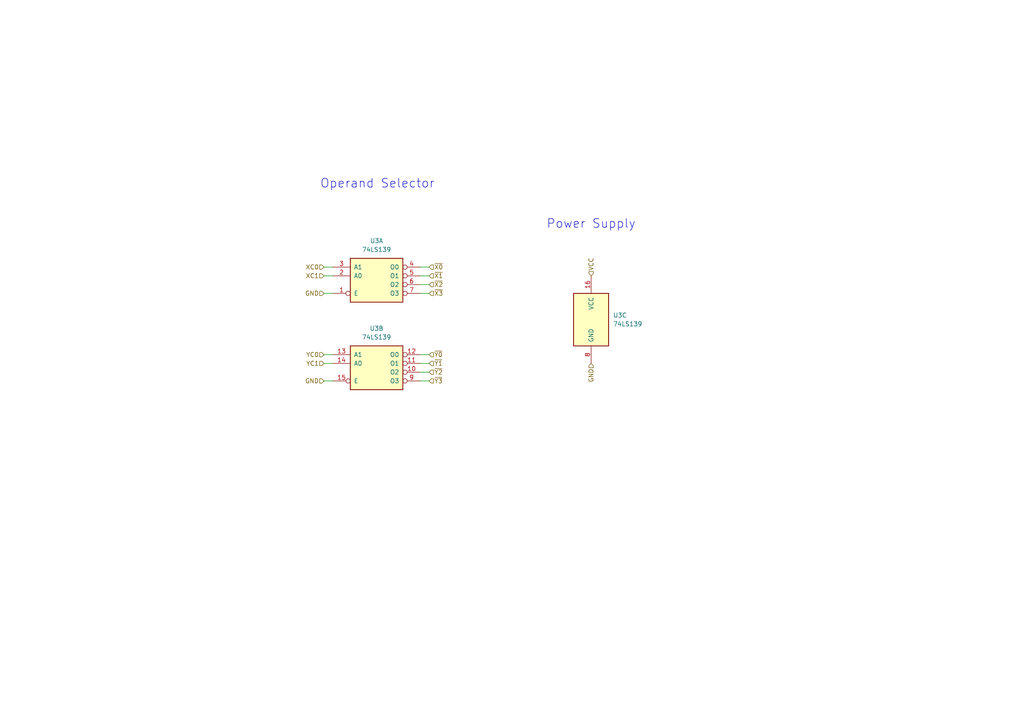
<source format=kicad_sch>
(kicad_sch (version 20250114) (generator "eeschema") (generator_version "9.0")
  (paper "A4")
  (title_block (title "Operand Selector") (date "2025-11-30") (rev "1.0") (company "Marco Vettigli"))
  (lib_symbols
    (symbol "74xx:74LS139" (pin_names (offset 1.016))
      (property "Reference" "U" (at -7.62 8.89 0))
      (property "Value" "74LS139" (at -7.62 -8.89 0))
      (symbol "74LS139_1_0"
        (pin input line (at -12.7 2.54 0) (length 5.08) (name "A1") (number "3"))
        (pin input line (at -12.7 0 0) (length 5.08) (name "A0") (number "2"))
        (pin input inverted (at -12.7 -5.08 0) (length 5.08) (name "E") (number "1"))
        (pin output inverted (at 12.7 2.54 180) (length 5.08) (name "O0") (number "4"))
        (pin output inverted (at 12.7 0 180) (length 5.08) (name "O1") (number "5"))
        (pin output inverted (at 12.7 -2.54 180) (length 5.08) (name "O2") (number "6"))
        (pin output inverted (at 12.7 -5.08 180) (length 5.08) (name "O3") (number "7"))
      )
      (symbol "74LS139_1_1"
        (rectangle (start -7.62 5.08) (end 7.62 -7.62) (stroke (width 0.254)) (fill (type background)))
      )
      (symbol "74LS139_2_0"
        (pin input line (at -12.7 2.54 0) (length 5.08) (name "A1") (number "13"))
        (pin input line (at -12.7 0 0) (length 5.08) (name "A0") (number "14"))
        (pin input inverted (at -12.7 -5.08 0) (length 5.08) (name "E") (number "15"))
        (pin output inverted (at 12.7 2.54 180) (length 5.08) (name "O0") (number "12"))
        (pin output inverted (at 12.7 0 180) (length 5.08) (name "O1") (number "11"))
        (pin output inverted (at 12.7 -2.54 180) (length 5.08) (name "O2") (number "10"))
        (pin output inverted (at 12.7 -5.08 180) (length 5.08) (name "O3") (number "9"))
      )
      (symbol "74LS139_2_1"
        (rectangle (start -7.62 5.08) (end 7.62 -7.62) (stroke (width 0.254)) (fill (type background)))
      )
      (symbol "74LS139_3_0"
        (pin power_in line (at 0 12.7 270) (length 5.08) (name "VCC") (number "16"))
        (pin power_in line (at 0 -12.7 90) (length 5.08) (name "GND") (number "8"))
      )
      (symbol "74LS139_3_1"
        (rectangle (start -5.08 7.62) (end 5.08 -7.62) (stroke (width 0.254)) (fill (type background)))
      )
    )
  )
  (text "Operand Selector" (at 109.474 53.34 0) (effects (font (size 2.54 2.54))))
  (text "Power Supply" (at 171.45 65.024 0) (effects (font (size 2.54 2.54))))
  (wire (pts (xy 93.98 80.01) (xy 96.52 80.01)))
  (wire (pts (xy 124.46 110.49) (xy 121.92 110.49)))
  (wire (pts (xy 124.46 102.87) (xy 121.92 102.87)))
  (wire (pts (xy 124.46 77.47) (xy 121.92 77.47)))
  (wire (pts (xy 124.46 105.41) (xy 121.92 105.41)))
  (wire (pts (xy 124.46 107.95) (xy 121.92 107.95)))
  (wire (pts (xy 93.98 110.49) (xy 96.52 110.49)))
  (wire (pts (xy 93.98 85.09) (xy 96.52 85.09)))
  (wire (pts (xy 124.46 82.55) (xy 121.92 82.55)))
  (wire (pts (xy 93.98 102.87) (xy 96.52 102.87)))
  (wire (pts (xy 93.98 77.47) (xy 96.52 77.47)))
  (wire (pts (xy 124.46 85.09) (xy 121.92 85.09)))
  (wire (pts (xy 93.98 105.41) (xy 96.52 105.41)))
  (wire (pts (xy 124.46 80.01) (xy 121.92 80.01)))
  (hierarchical_label "YC0" (shape input) (at 93.98 102.87 180))
  (hierarchical_label "XC1" (shape input) (at 93.98 80.01 180))
  (hierarchical_label "VCC" (shape input) (at 171.45 80.01 90))
  (hierarchical_label "YC1" (shape input) (at 93.98 105.41 180))
  (hierarchical_label "GND" (shape input) (at 93.98 110.49 180))
  (hierarchical_label "~{X2}" (shape input) (at 124.46 82.55 0))
  (hierarchical_label "~{X3}" (shape input) (at 124.46 85.09 0))
  (hierarchical_label "~{Y0}" (shape input) (at 124.46 102.87 0))
  (hierarchical_label "~{Y2}" (shape input) (at 124.46 107.95 0))
  (hierarchical_label "~{Y1}" (shape input) (at 124.46 105.41 0))
  (hierarchical_label "~{Y3}" (shape input) (at 124.46 110.49 0))
  (hierarchical_label "~{X0}" (shape input) (at 124.46 77.47 0))
  (hierarchical_label "XC0" (shape input) (at 93.98 77.47 180))
  (hierarchical_label "GND" (shape input) (at 171.45 105.41 270))
  (hierarchical_label "GND" (shape input) (at 93.98 85.09 180))
  (hierarchical_label "~{X1}" (shape input) (at 124.46 80.01 0))
  (symbol (lib_id "74xx:74LS139") (at 109.22 80.01 0) (unit 1)
    (property "Reference" "U3" (at 109.22 69.85 0))
    (property "Value" "74LS139" (at 109.22 72.39 0))
    (property "Footprint" "Package_DIP:DIP-16_W10.16mm" (effects (hide yes)))
    (property "Datasheet" "http://www.ti.com/lit/ds/symlink/sn74ls139a.pdf" (effects (hide yes)))
    (property "Description" "Dual Decoder 1 of 4, Active low outputs" (effects (hide yes)))
  )
  (symbol (lib_id "74xx:74LS139") (at 109.22 105.41 0) (unit 2)
    (property "Reference" "U3" (at 109.22 95.25 0))
    (property "Value" "74LS139" (at 109.22 97.79 0))
    (property "Footprint" "Package_DIP:DIP-16_W10.16mm" (effects (hide yes)))
    (property "Datasheet" "http://www.ti.com/lit/ds/symlink/sn74ls139a.pdf" (effects (hide yes)))
    (property "Description" "Dual Decoder 1 of 4, Active low outputs" (effects (hide yes)))
  )
  (symbol (lib_id "74xx:74LS139") (at 171.45 92.71 0) (unit 3)
    (property "Reference" "U3" (at 177.8 91.4399 0) (effects (justify left)))
    (property "Value" "74LS139" (at 177.8 93.9799 0) (effects (justify left)))
    (property "Footprint" "Package_DIP:DIP-16_W10.16mm" (effects (hide yes)))
    (property "Datasheet" "http://www.ti.com/lit/ds/symlink/sn74ls139a.pdf" (effects (hide yes)))
    (property "Description" "Dual Decoder 1 of 4, Active low outputs" (effects (hide yes)))
  )
)
</source>
